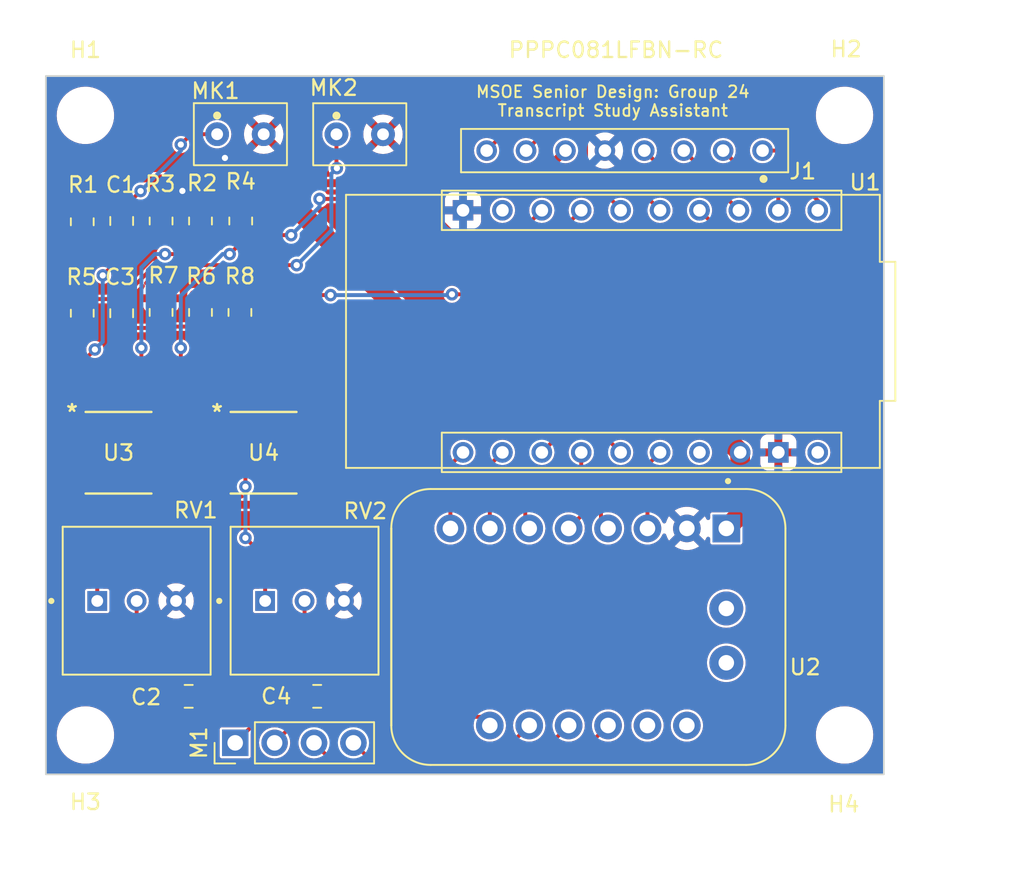
<source format=kicad_pcb>
(kicad_pcb (version 20211014) (generator pcbnew)
  (layers (0 "F.Cu" signal) (31 "B.Cu" signal) (34 "B.Paste" user) (35 "F.Paste" user) (36 "B.SilkS" user "B.Silkscreen") (37 "F.SilkS" user "F.Silkscreen") (38 "B.Mask" user) (39 "F.Mask" user) (44 "Edge.Cuts" user))
  (net 0 "")
  (net 1 "Net-(MK1-PadOUT)")
  (net 2 "ADC1_5")
  (net 3 "ADC1_4")
  (net 4 "Net-(J1-Pad1)")
  (net 5 "Net-(J1-Pad2)")
  (net 6 "Net-(J1-Pad3)")
  (net 7 "Net-(J1-Pad4)")
  (net 8 "GND")
  (net 9 "+5V")
  (net 10 "Net-(J1-Pad7)")
  (net 11 "Net-(J1-Pad8)")
  (net 14 "Net-(U1-Pad14)")
  (net 15 "Net-(U1-Pad15)")
  (net 16 "Net-(U1-Pad16)")
  (net 17 "Net-(U1-Pad17)")
  (net 18 "Net-(U1-Pad21)")
  (net 19 "Net-(U1-Pad24)")
  (net 20 "Net-(U3-Pad3)")
  (net 25 "Net-(RV1-Pad2)")
  (net 26 "Net-(MK2-PadOUT)")
  (net 27 "Net-(C3-Pad2)")
  (net 28 "Net-(RV2-Pad2)")
  (net 29 "Net-(U2-PadJ3_6)")
  (net 30 "Net-(U2-PadJ3_5)")
  (net 31 "Net-(U2-PadJ3_3)")
  (net 32 "Net-(U2-PadJ3_4)")
  (net 33 "Net-(U3-Pad2)")
  (net 34 "Net-(RV2-Pad1)")
  (footprint "SeniorDesign:LM386_M1_NOPB" (layer "F.Cu") (at 140.2588 99.06)
    (fp_text reference "U4" (at 0 0 unlocked) (layer "F.SilkS"))
    (fp_text value "LM386")
    (fp_text user "*" (at -2.9972 -2.5908 unlocked) (layer "F.SilkS"))
    (fp_text user "*" (at -2.9972 -2.5908) (layer "F.SilkS"))
    (pad "1" smd rect (at -2.72415 -1.905) (size 1.4605 0.5588) (layers "F.Cu" "F.Paste" "F.Mask"))
    (pad "2" smd rect (at -2.72415 -0.635) (size 1.4605 0.5588) (layers "F.Cu" "F.Paste" "F.Mask") (net 34 "Net-(RV2-Pad1)"))
    (pad "3" smd rect (at -2.72415 0.635) (size 1.4605 0.5588) (layers "F.Cu" "F.Paste" "F.Mask") (net 27 "Net-(C3-Pad2)"))
    (pad "4" smd rect (at -2.72415 1.905) (size 1.4605 0.5588) (layers "F.Cu" "F.Paste" "F.Mask") (net 8 "GND"))
    (pad "5" smd rect (at 2.72415 1.905) (size 1.4605 0.5588) (layers "F.Cu" "F.Paste" "F.Mask") (net 3 "ADC1_4"))
    (pad "6" smd rect (at 2.72415 0.635) (size 1.4605 0.5588) (layers "F.Cu" "F.Paste" "F.Mask") (net 9 "+5V"))
    (pad "7" smd rect (at 2.72415 -0.635) (size 1.4605 0.5588) (layers "F.Cu" "F.Paste" "F.Mask"))
    (pad "8" smd rect (at 2.72415 -1.905) (size 1.4605 0.5588) (layers "F.Cu" "F.Paste" "F.Mask"))
  )
  (footprint "Connector_PinHeader_2.54mm:PinHeader_1x04_P2.54mm_Vertical" (layer "F.Cu") (at 138.43 117.7544 90)
    (fp_text reference "M1" (at 0 -2.33 90) (layer "F.SilkS"))
    (fp_text value "Stepper_Motor_bipolar")
    (pad "1" thru_hole rect (at 0 0 90) (size 1.7 1.7) (drill 1) (layers *.Cu *.Mask) (net 29 "Net-(U2-PadJ3_6)"))
    (pad "2" thru_hole oval (at 0 2.54 90) (size 1.7 1.7) (drill 1) (layers *.Cu *.Mask) (net 30 "Net-(U2-PadJ3_5)"))
    (pad "3" thru_hole oval (at 0 5.08 90) (size 1.7 1.7) (drill 1) (layers *.Cu *.Mask) (net 31 "Net-(U2-PadJ3_3)"))
    (pad "4" thru_hole oval (at 0 7.62 90) (size 1.7 1.7) (drill 1) (layers *.Cu *.Mask) (net 32 "Net-(U2-PadJ3_4)"))
  )
  (footprint "SeniorDesign:TRIM_COM-09806" (layer "F.Cu") (at 142.9004 108.6104)
    (fp_text reference "RV2" (at 3.9116 -5.7912) (layer "F.SilkS"))
    (fp_text value "10k")
    (pad "1" thru_hole rect (at -2.54 0) (size 1.268 1.268) (drill 0.76) (layers *.Cu *.Mask) (net 34 "Net-(RV2-Pad1)"))
    (pad "2" thru_hole circle (at 0 0) (size 1.268 1.268) (drill 0.76) (layers *.Cu *.Mask) (net 28 "Net-(RV2-Pad2)"))
    (pad "3" thru_hole circle (at 2.54 0) (size 1.268 1.268) (drill 0.76) (layers *.Cu *.Mask) (net 8 "GND"))
  )
  (footprint "Capacitor_SMD:C_0805_2012Metric" (layer "F.Cu") (at 131.1148 84.1248 -90)
    (fp_text reference "C1" (at -2.3368 0.0508) (layer "F.SilkS"))
    (fp_text value "10nF")
    (pad "1" smd roundrect (at -0.95 0 270) (size 1 1.45) (layers "F.Cu" "F.Paste" "F.Mask") (net 1 "Net-(MK1-PadOUT)"))
    (pad "2" smd roundrect (at 0.95 0 270) (size 1 1.45) (layers "F.Cu" "F.Paste" "F.Mask") (net 20 "Net-(U3-Pad3)"))
  )
  (footprint "SeniorDesign:THT-CUI-CMC-9745-44P" (layer "F.Cu") (at 138.8364 78.8416)
    (fp_text reference "MK1" (at -1.6764 -3.0988 unlocked) (layer "F.SilkS"))
    (fp_text value "CMC-9745-44P")
    (pad "GND" thru_hole circle (at 1.43 -0.31) (size 1.524 1.524) (drill 0.762) (layers *.Cu *.Mask) (net 8 "GND"))
    (pad "OUT" thru_hole circle (at -1.57 -0.31) (size 1.524 1.524) (drill 0.762) (layers *.Cu *.Mask) (net 1 "Net-(MK1-PadOUT)"))
  )
  (footprint "SeniorDesign:TinyPICO-ESP32-DevBoard" (layer "F.Cu") (at 162.7712 91.2368 -90)
    (fp_text reference "U1" (at -9.6012 -16.248 unlocked) (layer "F.SilkS"))
    (fp_text value "TinyPico_ESP32_USBC")
    (pad "1" thru_hole circle (at -7.8 7.12 270) (size 1.3208 1.3208) (drill 0.8128) (layers *.Cu *.Mask))
    (pad "2" thru_hole rect (at -7.8 9.66 270) (size 1.3208 1.3208) (drill 0.8128) (layers *.Cu *.Mask) (net 8 "GND"))
    (pad "3" thru_hole rect (at 7.8 -10.66 270) (size 1.3208 1.3208) (drill 0.8128) (layers *.Cu *.Mask) (net 8 "GND"))
    (pad "5" thru_hole circle (at 7.8 -13.2 270) (size 1.3208 1.3208) (drill 0.8128) (layers *.Cu *.Mask))
    (pad "6" thru_hole circle (at 7.8 -5.58 270) (size 1.3208 1.3208) (drill 0.8128) (layers *.Cu *.Mask))
    (pad "7" thru_hole circle (at 7.8 -8.2 270) (size 1.3208 1.3208) (drill 0.8128) (layers *.Cu *.Mask) (net 9 "+5V"))
    (pad "12" thru_hole circle (at -7.8 2.04 270) (size 1.3208 1.3208) (drill 0.8128) (layers *.Cu *.Mask) (net 3 "ADC1_4"))
    (pad "13" thru_hole circle (at -7.8 4.58 270) (size 1.3208 1.3208) (drill 0.8128) (layers *.Cu *.Mask) (net 2 "ADC1_5"))
    (pad "14" thru_hole circle (at 7.8 9.66 270) (size 1.3208 1.3208) (drill 0.8128) (layers *.Cu *.Mask) (net 14 "Net-(U1-Pad14)"))
    (pad "15" thru_hole circle (at 7.8 7.12 270) (size 1.3208 1.3208) (drill 0.8128) (layers *.Cu *.Mask) (net 15 "Net-(U1-Pad15)"))
    (pad "16" thru_hole circle (at 7.8 4.58 270) (size 1.3208 1.3208) (drill 0.8128) (layers *.Cu *.Mask) (net 16 "Net-(U1-Pad16)"))
    (pad "17" thru_hole circle (at 7.8 -0.5 270) (size 1.3208 1.3208) (drill 0.8128) (layers *.Cu *.Mask) (net 17 "Net-(U1-Pad17)"))
    (pad "21" thru_hole circle (at 7.8 2.04 270) (size 1.3208 1.3208) (drill 0.8128) (layers *.Cu *.Mask) (net 18 "Net-(U1-Pad21)"))
    (pad "24" thru_hole circle (at 7.8 -3.04 270) (size 1.3208 1.3208) (drill 0.8128) (layers *.Cu *.Mask) (net 19 "Net-(U1-Pad24)"))
    (pad "34" thru_hole circle (at -7.8 -5.58 270) (size 1.3208 1.3208) (drill 0.8128) (layers *.Cu *.Mask) (net 4 "Net-(J1-Pad1)"))
    (pad "35" thru_hole circle (at -7.8 -8.12 270) (size 1.3208 1.3208) (drill 0.8128) (layers *.Cu *.Mask) (net 7 "Net-(J1-Pad4)"))
    (pad "36" thru_hole circle (at -7.8 -13.2 270) (size 1.3208 1.3208) (drill 0.8128) (layers *.Cu *.Mask) (net 5 "Net-(J1-Pad2)"))
    (pad "38" thru_hole circle (at -7.8 -10.66 270) (size 1.3208 1.3208) (drill 0.8128) (layers *.Cu *.Mask) (net 6 "Net-(J1-Pad3)"))
    (pad "39" thru_hole circle (at -7.8 -3.04 270) (size 1.3208 1.3208) (drill 0.8128) (layers *.Cu *.Mask) (net 11 "Net-(J1-Pad8)"))
    (pad "42" thru_hole circle (at -7.8 -0.5 270) (size 1.3208 1.3208) (drill 0.8128) (layers *.Cu *.Mask) (net 10 "Net-(J1-Pad7)"))
  )
  (footprint "SeniorDesign:DRV8833" (layer "F.Cu") (at 161.1884 110.2868 -90)
    (fp_text reference "U2" (at 2.5908 -13.97 180) (layer "F.SilkS"))
    (fp_text value "DRV8833")
    (pad "J1_1" thru_hole rect (at -6.35 -8.89 270) (size 1.778 1.778) (drill 1) (layers *.Cu *.Mask) (net 9 "+5V"))
    (pad "J1_2" thru_hole circle (at -6.35 -6.35 270) (size 1.778 1.778) (drill 1) (layers *.Cu *.Mask) (net 8 "GND"))
    (pad "J1_3" thru_hole circle (at -6.35 -3.81 270) (size 1.778 1.778) (drill 1) (layers *.Cu *.Mask) (net 19 "Net-(U1-Pad24)"))
    (pad "J1_4" thru_hole circle (at -6.35 -1.27 270) (size 1.778 1.778) (drill 1) (layers *.Cu *.Mask) (net 16 "Net-(U1-Pad16)"))
    (pad "J1_5" thru_hole circle (at -6.35 1.27 270) (size 1.778 1.778) (drill 1) (layers *.Cu *.Mask) (net 18 "Net-(U1-Pad21)"))
    (pad "J1_6" thru_hole circle (at -6.35 3.81 270) (size 1.778 1.778) (drill 1) (layers *.Cu *.Mask) (net 17 "Net-(U1-Pad17)"))
    (pad "J1_7" thru_hole circle (at -6.35 6.35 270) (size 1.778 1.778) (drill 1) (layers *.Cu *.Mask) (net 15 "Net-(U1-Pad15)"))
    (pad "J1_8" thru_hole circle (at -6.35 8.89 270) (size 1.778 1.778) (drill 1) (layers *.Cu *.Mask) (net 14 "Net-(U1-Pad14)"))
    (pad "J2_1" thru_hole circle (at -1.192 -8.89 270) (size 2.1844 2.1844) (drill 1) (layers *.Cu *.Mask))
    (pad "J2_2" thru_hole circle (at 2.308 -8.89 270) (size 2.1844 2.1844) (drill 1) (layers *.Cu *.Mask))
    (pad "J3_1" thru_hole circle (at 6.35 -6.35 270) (size 1.778 1.778) (drill 1) (layers *.Cu *.Mask))
    (pad "J3_2" thru_hole circle (at 6.35 -3.81 270) (size 1.778 1.778) (drill 1) (layers *.Cu *.Mask))
    (pad "J3_3" thru_hole circle (at 6.35 -1.27 270) (size 1.778 1.778) (drill 1) (layers *.Cu *.Mask) (net 31 "Net-(U2-PadJ3_3)"))
    (pad "J3_4" thru_hole circle (at 6.35 1.27 270) (size 1.778 1.778) (drill 1) (layers *.Cu *.Mask) (net 32 "Net-(U2-PadJ3_4)"))
    (pad "J3_5" thru_hole circle (at 6.35 3.81 270) (size 1.778 1.778) (drill 1) (layers *.Cu *.Mask) (net 30 "Net-(U2-PadJ3_5)"))
    (pad "J3_6" thru_hole circle (at 6.35 6.35 270) (size 1.778 1.778) (drill 1) (layers *.Cu *.Mask) (net 29 "Net-(U2-PadJ3_6)"))
  )
  (footprint "SeniorDesign:THT-DUM-4537L-HD-R" (layer "F.Cu") (at 146.4564 78.5368)
    (fp_text reference "MK2" (at -1.6764 -2.9972 unlocked) (layer "F.SilkS"))
    (fp_text value "DUM-4537L-HD-R")
    (pad "GND" thru_hole circle (at 1.5 0) (size 1.524 1.524) (drill 0.762) (layers *.Cu *.Mask) (net 8 "GND"))
    (pad "OUT" thru_hole circle (at -1.5 0) (size 1.524 1.524) (drill 0.762) (layers *.Cu *.Mask) (net 26 "Net-(MK2-PadOUT)"))
  )
  (footprint "Resistor_SMD:R_0805_2012Metric" (layer "F.Cu") (at 128.5748 84.1756 90)
    (fp_text reference "R1" (at 2.3876 0.0508) (layer "F.SilkS"))
    (fp_text value "2.2k")
    (pad "1" smd roundrect (at -0.9125 0 90) (size 1.025 1.4) (layers "F.Cu" "F.Paste" "F.Mask") (roundrect_rratio 0.243902439) (net 9 "+5V"))
    (pad "2" smd roundrect (at 0.9125 0 90) (size 1.025 1.4) (layers "F.Cu" "F.Paste" "F.Mask") (roundrect_rratio 0.243902439) (net 1 "Net-(MK1-PadOUT)"))
  )
  (footprint "Capacitor_SMD:C_0805_2012Metric" (layer "F.Cu") (at 135.4328 114.7572 180)
    (fp_text reference "C2" (at 2.7432 -0.0508) (layer "F.SilkS"))
    (fp_text value "4uF")
    (pad "1" smd roundrect (at -0.95 0 180) (size 1 1.45) (layers "F.Cu" "F.Paste" "F.Mask") (net 8 "GND"))
    (pad "2" smd roundrect (at 0.95 0 180) (size 1 1.45) (layers "F.Cu" "F.Paste" "F.Mask") (net 25 "Net-(RV1-Pad2)"))
  )
  (footprint "SeniorDesign:LM386_M1_NOPB" (layer "F.Cu") (at 130.9116 99.06)
    (fp_text reference "U3" (at 0 0 unlocked) (layer "F.SilkS"))
    (fp_text value "LM386")
    (fp_text user "*" (at -2.9972 -2.5908 unlocked) (layer "F.SilkS"))
    (fp_text user "*" (at -2.9972 -2.5908) (layer "F.SilkS"))
    (pad "1" smd rect (at -2.72415 -1.905) (size 1.4605 0.5588) (layers "F.Cu" "F.Paste" "F.Mask"))
    (pad "2" smd rect (at -2.72415 -0.635) (size 1.4605 0.5588) (layers "F.Cu" "F.Paste" "F.Mask") (net 33 "Net-(U3-Pad2)"))
    (pad "3" smd rect (at -2.72415 0.635) (size 1.4605 0.5588) (layers "F.Cu" "F.Paste" "F.Mask") (net 20 "Net-(U3-Pad3)"))
    (pad "4" smd rect (at -2.72415 1.905) (size 1.4605 0.5588) (layers "F.Cu" "F.Paste" "F.Mask") (net 8 "GND"))
    (pad "5" smd rect (at 2.72415 1.905) (size 1.4605 0.5588) (layers "F.Cu" "F.Paste" "F.Mask") (net 2 "ADC1_5"))
    (pad "6" smd rect (at 2.72415 0.635) (size 1.4605 0.5588) (layers "F.Cu" "F.Paste" "F.Mask") (net 9 "+5V"))
    (pad "7" smd rect (at 2.72415 -0.635) (size 1.4605 0.5588) (layers "F.Cu" "F.Paste" "F.Mask"))
    (pad "8" smd rect (at 2.72415 -1.905) (size 1.4605 0.5588) (layers "F.Cu" "F.Paste" "F.Mask"))
  )
  (footprint "Resistor_SMD:R_0805_2012Metric" (layer "F.Cu") (at 136.1948 90.0176 -90)
    (fp_text reference "R6" (at -2.3368 -0.0508) (layer "F.SilkS"))
    (fp_text value "1M")
    (pad "1" smd roundrect (at -0.9125 0 270) (size 1.025 1.4) (layers "F.Cu" "F.Paste" "F.Mask") (roundrect_rratio 0.243902) (net 9 "+5V"))
    (pad "2" smd roundrect (at 0.9125 0 270) (size 1.025 1.4) (layers "F.Cu" "F.Paste" "F.Mask") (roundrect_rratio 0.243902) (net 27 "Net-(C3-Pad2)"))
  )
  (footprint "SeniorDesign:TRIM_COM-09806" (layer "F.Cu") (at 132.08 108.6104)
    (fp_text reference "RV1" (at 3.81 -5.842) (layer "F.SilkS"))
    (fp_text value "10k")
    (pad "1" thru_hole rect (at -2.54 0) (size 1.268 1.268) (drill 0.76) (layers *.Cu *.Mask) (net 33 "Net-(U3-Pad2)"))
    (pad "2" thru_hole circle (at 0 0) (size 1.268 1.268) (drill 0.76) (layers *.Cu *.Mask) (net 25 "Net-(RV1-Pad2)"))
    (pad "3" thru_hole circle (at 2.54 0) (size 1.268 1.268) (drill 0.76) (layers *.Cu *.Mask) (net 8 "GND"))
  )
  (footprint "Resistor_SMD:R_0805_2012Metric" (layer "F.Cu") (at 133.6548 84.1248 90)
    (fp_text reference "R3" (at 2.3876 -0.0508) (layer "F.SilkS"))
    (fp_text value "1M")
    (pad "1" smd roundrect (at -0.9125 0 90) (size 1.025 1.4) (layers "F.Cu" "F.Paste" "F.Mask") (roundrect_rratio 0.243902) (net 20 "Net-(U3-Pad3)"))
    (pad "2" smd roundrect (at 0.9125 0 90) (size 1.025 1.4) (layers "F.Cu" "F.Paste" "F.Mask") (roundrect_rratio 0.243902) (net 8 "GND"))
  )
  (footprint "Resistor_SMD:R_0805_2012Metric" (layer "F.Cu") (at 138.7348 90.0176 -90)
    (fp_text reference "R8" (at -2.3368 0) (layer "F.SilkS"))
    (fp_text value "100k")
    (pad "1" smd roundrect (at -0.9125 0 270) (size 1.025 1.4) (layers "F.Cu" "F.Paste" "F.Mask") (roundrect_rratio 0.243902) (net 34 "Net-(RV2-Pad1)"))
    (pad "2" smd roundrect (at 0.9125 0 270) (size 1.025 1.4) (layers "F.Cu" "F.Paste" "F.Mask") (roundrect_rratio 0.243902) (net 3 "ADC1_4"))
  )
  (footprint "MountingHole:MountingHole_3.2mm_M3" (layer "F.Cu") (at 177.6984 77.3176)
    (fp_text reference "H2" (at 0.1016 -4.2672) (layer "F.SilkS"))
    (fp_text value "MountingHole")
    (pad "" np_thru_hole circle (at 0 0) (size 3.2 3.2) (drill 3.2) (layers *.Cu *.Mask))
  )
  (footprint "Capacitor_SMD:C_0805_2012Metric" (layer "F.Cu") (at 131.1148 90.0684 -90)
    (fp_text reference "C3" (at -2.3368 0.1016) (layer "F.SilkS"))
    (fp_text value "10nF")
    (pad "1" smd roundrect (at -0.95 0 270) (size 1 1.45) (layers "F.Cu" "F.Paste" "F.Mask") (net 26 "Net-(MK2-PadOUT)"))
    (pad "2" smd roundrect (at 0.95 0 270) (size 1 1.45) (layers "F.Cu" "F.Paste" "F.Mask") (net 27 "Net-(C3-Pad2)"))
  )
  (footprint "Capacitor_SMD:C_0805_2012Metric" (layer "F.Cu") (at 143.7132 114.7572 180)
    (fp_text reference "C4" (at 2.6416 0) (layer "F.SilkS"))
    (fp_text value "4uF")
    (pad "1" smd roundrect (at -0.95 0 180) (size 1 1.45) (layers "F.Cu" "F.Paste" "F.Mask") (net 8 "GND"))
    (pad "2" smd roundrect (at 0.95 0 180) (size 1 1.45) (layers "F.Cu" "F.Paste" "F.Mask") (net 28 "Net-(RV2-Pad2)"))
  )
  (footprint "SeniorDesign:PPPC081LFBN-RC" (layer "F.Cu") (at 163.5372 79.6651 180)
    (fp_text reference "J1" (at -11.4688 -1.2593 unlocked) (layer "F.SilkS"))
    (fp_text value "PPPC081LFBN-RC" (at 0.5708 6.5639 unlocked) (layer "F.SilkS"))
    (pad "1" thru_hole circle (at -8.878 0.076 180) (size 1.3208 1.3208) (drill 0.8128) (layers *.Cu *.Mask) (net 4 "Net-(J1-Pad1)"))
    (pad "2" thru_hole circle (at -6.338 0.076 180) (size 1.3208 1.3208) (drill 0.8128) (layers *.Cu *.Mask) (net 5 "Net-(J1-Pad2)"))
    (pad "3" thru_hole circle (at -3.798 0.076 180) (size 1.3208 1.3208) (drill 0.8128) (layers *.Cu *.Mask) (net 6 "Net-(J1-Pad3)"))
    (pad "4" thru_hole circle (at -1.258 0.076 180) (size 1.3208 1.3208) (drill 0.8128) (layers *.Cu *.Mask) (net 7 "Net-(J1-Pad4)"))
    (pad "5" thru_hole circle (at 1.282 0.076 180) (size 1.3208 1.3208) (drill 0.8128) (layers *.Cu *.Mask) (net 8 "GND"))
    (pad "6" thru_hole circle (at 3.822 0.076 180) (size 1.3208 1.3208) (drill 0.8128) (layers *.Cu *.Mask) (net 9 "+5V"))
    (pad "7" thru_hole circle (at 6.362 0.076 180) (size 1.3208 1.3208) (drill 0.8128) (layers *.Cu *.Mask) (net 10 "Net-(J1-Pad7)"))
    (pad "8" thru_hole circle (at 8.902 0.076 180) (size 1.3208 1.3208) (drill 0.8128) (layers *.Cu *.Mask) (net 11 "Net-(J1-Pad8)"))
  )
  (footprint "MountingHole:MountingHole_3.2mm_M3" (layer "F.Cu") (at 177.6984 117.2464)
    (fp_text reference "H4" (at -0.0508 4.4704) (layer "F.SilkS"))
    (fp_text value "MountingHole")
    (pad "" np_thru_hole circle (at 0 0) (size 3.2 3.2) (drill 3.2) (layers *.Cu *.Mask))
  )
  (footprint "MountingHole:MountingHole_3.2mm_M3" (layer "F.Cu") (at 128.778 117.2464)
    (fp_text reference "H3" (at 0 4.318) (layer "F.SilkS"))
    (fp_text value "MountingHole")
    (pad "" np_thru_hole circle (at 0 0) (size 3.2 3.2) (drill 3.2) (layers *.Cu *.Mask))
  )
  (footprint "Resistor_SMD:R_0805_2012Metric" (layer "F.Cu") (at 138.7856 84.1248 -90)
    (fp_text reference "R4" (at -2.54 0) (layer "F.SilkS"))
    (fp_text value "100k")
    (pad "1" smd roundrect (at -0.9125 0 270) (size 1.025 1.4) (layers "F.Cu" "F.Paste" "F.Mask") (roundrect_rratio 0.243902) (net 33 "Net-(U3-Pad2)"))
    (pad "2" smd roundrect (at 0.9125 0 270) (size 1.025 1.4) (layers "F.Cu" "F.Paste" "F.Mask") (roundrect_rratio 0.243902) (net 2 "ADC1_5"))
  )
  (footprint "Resistor_SMD:R_0805_2012Metric" (layer "F.Cu") (at 136.1948 84.1248 -90)
    (fp_text reference "R2" (at -2.4384 -0.1016) (layer "F.SilkS"))
    (fp_text value "1M")
    (pad "1" smd roundrect (at -0.9125 0 270) (size 1.025 1.4) (layers "F.Cu" "F.Paste" "F.Mask") (roundrect_rratio 0.243902) (net 9 "+5V"))
    (pad "2" smd roundrect (at 0.9125 0 270) (size 1.025 1.4) (layers "F.Cu" "F.Paste" "F.Mask") (roundrect_rratio 0.243902) (net 20 "Net-(U3-Pad3)"))
  )
  (footprint "Resistor_SMD:R_0805_2012Metric" (layer "F.Cu") (at 133.6548 90.0176 90)
    (fp_text reference "R7" (at 2.3876 0.1524) (layer "F.SilkS"))
    (fp_text value "1M")
    (pad "1" smd roundrect (at -0.9125 0 90) (size 1.025 1.4) (layers "F.Cu" "F.Paste" "F.Mask") (roundrect_rratio 0.243902) (net 27 "Net-(C3-Pad2)"))
    (pad "2" smd roundrect (at 0.9125 0 90) (size 1.025 1.4) (layers "F.Cu" "F.Paste" "F.Mask") (roundrect_rratio 0.243902) (net 8 "GND"))
  )
  (footprint "Resistor_SMD:R_0805_2012Metric" (layer "F.Cu") (at 128.5748 90.0684 90)
    (fp_text reference "R5" (at 2.3368 -0.0508) (layer "F.SilkS"))
    (fp_text value "2.2k")
    (pad "1" smd roundrect (at -0.9125 0 90) (size 1.025 1.4) (layers "F.Cu" "F.Paste" "F.Mask") (roundrect_rratio 0.243902) (net 9 "+5V"))
    (pad "2" smd roundrect (at 0.9125 0 90) (size 1.025 1.4) (layers "F.Cu" "F.Paste" "F.Mask") (roundrect_rratio 0.243902) (net 26 "Net-(MK2-PadOUT)"))
  )
  (footprint "MountingHole:MountingHole_3.2mm_M3" (layer "F.Cu") (at 128.778 77.3176)
    (fp_text reference "H1" (at 0 -4.2164) (layer "F.SilkS"))
    (fp_text value "MountingHole")
    (pad "" np_thru_hole circle (at 0 0) (size 3.2 3.2) (drill 3.2) (layers *.Cu *.Mask))
  )
  (gr_poly (pts (xy 143.7132 99.4156) (xy 142.2527 99.4156) (xy 142.2527 99.9744) (xy 143.7132 99.9744)) (layer "F.Cu") (width 0) (fill solid))
  (gr_circle (center 165.8112 99.0368) (end 166.4716 99.0368) (layer "B.Cu") (width 0) (fill solid))
  (gr_poly (pts (xy 139.28 116.9044) (xy 137.58 116.9044) (xy 137.58 118.6044) (xy 139.28 118.6044)) (layer "B.Cu") (width 0) (fill solid))
  (gr_circle (center 168.3512 83.4368) (end 169.0116 83.4368) (layer "B.Cu") (width 0) (fill solid))
  (gr_circle (center 140.2664 78.5316) (end 141.0284 78.5316) (layer "B.Cu") (width 0) (fill solid))
  (gr_poly (pts (xy 174.0916 98.3764) (xy 172.7708 98.3764) (xy 172.7708 99.6972) (xy 174.0916 99.6972)) (layer "B.Cu") (width 0) (fill solid))
  (gr_circle (center 144.9564 78.5368) (end 145.7184 78.5368) (layer "B.Cu") (width 0) (fill solid))
  (gr_circle (center 175.9712 83.4368) (end 176.6316 83.4368) (layer "B.Cu") (width 0) (fill solid))
  (gr_circle (center 175.9712 99.0368) (end 176.6316 99.0368) (layer "B.Cu") (width 0) (fill solid))
  (gr_circle (center 165.8112 83.4368) (end 166.4716 83.4368) (layer "B.Cu") (width 0) (fill solid))
  (gr_poly (pts (xy 143.59331 118.60031) (xy 143.67583 118.58807) (xy 143.75674 118.5678) (xy 143.83528 118.5397) (xy 143.91069 118.50403) (xy 143.98223 118.46115) (xy 144.04923 118.41146) (xy 144.11104 118.35544) (xy 144.16706 118.29363) (xy 144.21675 118.22663) (xy 144.25963 118.15509) (xy 144.2953 118.07968) (xy 144.3234 118.00114) (xy 144.34367 117.92023) (xy 144.35591 117.83771) (xy 144.36 117.7544) (xy 144.35591 117.67109) (xy 144.34367 117.58857) (xy 144.3234 117.50766) (xy 144.2953 117.42912) (xy 144.25963 117.35371) (xy 144.21675 117.28217) (xy 144.16706 117.21517) (xy 144.11104 117.15336) (xy 144.04923 117.09734) (xy 143.98223 117.04765) (xy 143.91069 117.00477) (xy 143.83528 116.9691) (xy 143.75674 116.941) (xy 143.67583 116.92073) (xy 143.59331 116.90849) (xy 143.51 116.9044) (xy 143.42669 116.90849) (xy 143.34417 116.92073) (xy 143.26326 116.941) (xy 143.18472 116.9691) (xy 143.10931 117.00477) (xy 143.03777 117.04765) (xy 142.97077 117.09734) (xy 142.90896 117.15336) (xy 142.85294 117.21517) (xy 142.80325 117.28217) (xy 142.76037 117.35371) (xy 142.7247 117.42912) (xy 142.6966 117.50766) (xy 142.67633 117.58857) (xy 142.66409 117.67109) (xy 142.66 117.7544) (xy 142.66409 117.83771) (xy 142.67633 117.92023) (xy 142.6966 118.00114) (xy 142.7247 118.07968) (xy 142.76037 118.15509) (xy 142.80325 118.22663) (xy 142.85294 118.29363) (xy 142.90896 118.35544) (xy 142.97077 118.41146) (xy 143.03777 118.46115) (xy 143.10931 118.50403) (xy 143.18472 118.5397) (xy 143.26326 118.5678) (xy 143.34417 118.58807) (xy 143.42669 118.60031) (xy 143.51 118.6044)) (layer "B.Cu") (width 0) (fill solid))
  (gr_circle (center 158.1912 99.0368) (end 158.8516 99.0368) (layer "B.Cu") (width 0) (fill solid))
  (gr_circle (center 155.6512 99.0368) (end 156.3116 99.0368) (layer "B.Cu") (width 0) (fill solid))
  (gr_poly (pts (xy 146.13331 118.60031) (xy 146.21583 118.58807) (xy 146.29674 118.5678) (xy 146.37528 118.5397) (xy 146.45069 118.50403) (xy 146.52223 118.46115) (xy 146.58923 118.41146) (xy 146.65104 118.35544) (xy 146.70706 118.29363) (xy 146.75675 118.22663) (xy 146.79963 118.15509) (xy 146.8353 118.07968) (xy 146.8634 118.00114) (xy 146.88367 117.92023) (xy 146.89591 117.83771) (xy 146.9 117.7544) (xy 146.89591 117.67109) (xy 146.88367 117.58857) (xy 146.8634 117.50766) (xy 146.8353 117.42912) (xy 146.79963 117.35371) (xy 146.75675 117.28217) (xy 146.70706 117.21517) (xy 146.65104 117.15336) (xy 146.58923 117.09734) (xy 146.52223 117.04765) (xy 146.45069 117.00477) (xy 146.37528 116.9691) (xy 146.29674 116.941) (xy 146.21583 116.92073) (xy 146.13331 116.90849) (xy 146.05 116.9044) (xy 145.96669 116.90849) (xy 145.88417 116.92073) (xy 145.80326 116.941) (xy 145.72472 116.9691) (xy 145.64931 117.00477) (xy 145.57777 117.04765) (xy 145.51077 117.09734) (xy 145.44896 117.15336) (xy 145.39294 117.21517) (xy 145.34325 117.28217) (xy 145.30037 117.35371) (xy 145.2647 117.42912) (xy 145.2366 117.50766) (xy 145.21633 117.58857) (xy 145.20409 117.67109) (xy 145.2 117.7544) (xy 145.20409 117.83771) (xy 145.21633 117.92023) (xy 145.2366 118.00114) (xy 145.2647 118.07968) (xy 145.30037 118.15509) (xy 145.34325 118.22663) (xy 145.39294 118.29363) (xy 145.44896 118.35544) (xy 145.51077 118.41146) (xy 145.57777 118.46115) (xy 145.64931 118.50403) (xy 145.72472 118.5397) (xy 145.80326 118.5678) (xy 145.88417 118.58807) (xy 145.96669 118.60031) (xy 146.05 118.6044)) (layer "B.Cu") (width 0) (fill solid))
  (gr_poly (pts (xy 130.174 107.9764) (xy 128.906 107.9764) (xy 128.906 109.2444) (xy 130.174 109.2444)) (layer "B.Cu") (width 0) (fill solid))
  (gr_poly (pts (xy 140.9944 107.9764) (xy 139.7264 107.9764) (xy 139.7264 109.2444) (xy 140.9944 109.2444)) (layer "B.Cu") (width 0) (fill solid))
  (gr_circle (center 170.9712 99.0368) (end 171.6316 99.0368) (layer "B.Cu") (width 0) (fill solid))
  (gr_circle (center 163.2712 99.0368) (end 163.9316 99.0368) (layer "B.Cu") (width 0) (fill solid))
  (gr_circle (center 170.8912 83.4368) (end 171.5516 83.4368) (layer "B.Cu") (width 0) (fill solid))
  (gr_poly (pts (xy 170.9674 103.0478) (xy 169.1894 103.0478) (xy 169.1894 104.8258) (xy 170.9674 104.8258)) (layer "B.Cu") (width 0) (fill solid))
  (gr_circle (center 153.1112 99.0368) (end 153.7716 99.0368) (layer "B.Cu") (width 0) (fill solid))
  (gr_circle (center 147.9564 78.5368) (end 148.7184 78.5368) (layer "B.Cu") (width 0) (fill solid))
  (gr_circle (center 137.2664 78.5316) (end 138.0284 78.5316) (layer "B.Cu") (width 0) (fill solid))
  (gr_circle (center 163.2712 83.4368) (end 163.9316 83.4368) (layer "B.Cu") (width 0) (fill solid))
  (gr_circle (center 168.3512 99.0368) (end 169.0116 99.0368) (layer "B.Cu") (width 0) (fill solid))
  (gr_circle (center 173.4312 83.4368) (end 174.0916 83.4368) (layer "B.Cu") (width 0) (fill solid))
  (gr_line (start 148.4884 103.9368) (end 148.4884 116.6368) (layer "F.SilkS") (width 0.127))
  (gr_rect (start 126.2312 74.7828) (end 180.2312 119.7828) (layer "Edge.Cuts") (width 0.1) (fill none))
  (gr_line (start 180.2312 119.7828) (end 126.2312 119.7828) (layer "Edge.Cuts") (width 0.1))
  (gr_line (start 126.2312 119.7828) (end 126.2312 74.7828) (layer "Edge.Cuts") (width 0.1))
  (gr_line (start 126.2312 74.7828) (end 180.2312 74.7828) (layer "Edge.Cuts") (width 0.1))
  (gr_line (start 180.2312 74.7828) (end 180.2312 119.7828) (layer "Edge.Cuts") (width 0.1))
  (gr_text "MSOE Senior Design: Group 24\nTranscript Study Assistant\n" (at 162.7632 76.4032) (layer "F.SilkS") (effects (font (size 0.75 0.75) (thickness 0.125))))
  (segment (start 131.3536 83.1748) (end 132.334 82.1944) (width 0.254) (layer "F.Cu") (net 1))
  (segment (start 131.0265 83.2631) (end 131.1148 83.1748) (width 0.254) (layer "F.Cu") (net 1))
  (segment (start 128.5748 83.2631) (end 128.5748 83.2631) (width 0.1) (layer "F.Cu") (net 1))
  (segment (start 128.5748 83.2631) (end 131.0265 83.2631) (width 0.254) (layer "F.Cu") (net 1))
  (segment (start 135.5904 78.5316) (end 137.2664 78.5316) (width 0.254) (layer "F.Cu") (net 1))
  (segment (start 131.1148 83.1748) (end 131.3536 83.1748) (width 0.254) (layer "F.Cu") (net 1))
  (segment (start 134.9248 79.1972) (end 135.5904 78.5316) (width 0.254) (layer "F.Cu") (net 1))
  (segment (start 131.1148 83.1748) (end 131.1148 83.1748) (width 0.1) (layer "F.Cu") (net 1))
  (via (at 132.334 82.1944) (size 0.8) (drill 0.39878) (layers "F.Cu" "B.Cu") (net 1))
  (via (at 134.9248 79.1972) (size 0.8) (drill 0.39878) (layers "F.Cu" "B.Cu") (net 1))
  (segment (start 134.9248 79.6036) (end 134.9248 79.1972) (width 0.254) (layer "B.Cu") (net 1))
  (segment (start 132.334 82.1944) (end 134.9248 79.6036) (width 0.254) (layer "B.Cu") (net 1))
  (segment (start 138.7856 85.0373) (end 138.7856 85.5472) (width 0.254) (layer "F.Cu") (net 2))
  (segment (start 134.9248 94.0816) (end 132.0292 96.9772) (width 0.254) (layer "F.Cu") (net 2))
  (segment (start 138.7856 85.5472) (end 138.0744 86.2584) (width 0.254) (layer "F.Cu") (net 2))
  (segment (start 132.0292 96.9772) (end 132.0292 100.584) (width 0.254) (layer "F.Cu") (net 2))
  (segment (start 132.0292 100.584) (end 132.4102 100.965) (width 0.254) (layer "F.Cu") (net 2))
  (segment (start 132.4102 100.965) (end 133.63575 100.965) (width 0.254) (layer "F.Cu") (net 2))
  (segment (start 142.0349 85.0373) (end 142.0368 85.0392) (width 0.254) (layer "F.Cu") (net 2))
  (segment (start 138.7856 85.0373) (end 142.0349 85.0373) (width 0.254) (layer "F.Cu") (net 2))
  (segment (start 156.5888 85.0392) (end 158.1912 83.4368) (width 0.254) (layer "F.Cu") (net 2))
  (segment (start 138.7856 85.0373) (end 138.7856 85.0373) (width 0.1) (layer "F.Cu") (net 2))
  (segment (start 134.9248 92.3036) (end 134.9248 94.0816) (width 0.254) (layer "F.Cu") (net 2))
  (segment (start 150.2664 82.7024) (end 152.6032 85.0392) (width 0.254) (layer "F.Cu") (net 2))
  (segment (start 143.8656 82.7024) (end 150.2664 82.7024) (width 0.254) (layer "F.Cu") (net 2))
  (segment (start 152.6032 85.0392) (end 156.5888 85.0392) (width 0.254) (layer "F.Cu") (net 2))
  (via (at 134.9248 92.3036) (size 0.8) (drill 0.39878) (layers "F.Cu" "B.Cu") (net 2))
  (via (at 143.8656 82.7024) (size 0.8) (drill 0.39878) (layers "F.Cu" "B.Cu") (net 2))
  (via (at 138.0744 86.2584) (size 0.8) (drill 0.39878) (layers "F.Cu" "B.Cu") (net 2))
  (via (at 142.0368 85.0392) (size 0.8) (drill 0.39878) (layers "F.Cu" "B.Cu") (net 2))
  (segment (start 136.7536 87.122) (end 134.9248 88.9508) (width 0.254) (layer "B.Cu") (net 2))
  (segment (start 143.8656 83.2104) (end 143.8656 82.7024) (width 0.254) (layer "B.Cu") (net 2))
  (segment (start 134.9248 89.7636) (end 134.9248 92.3036) (width 0.254) (layer "B.Cu") (net 2))
  (segment (start 134.9248 88.9508) (end 134.9248 89.7636) (width 0.254) (layer "B.Cu") (net 2))
  (segment (start 137.6172 86.2584) (end 136.7536 87.122) (width 0.254) (layer "B.Cu") (net 2))
  (segment (start 138.0744 86.2584) (end 137.6172 86.2584) (width 0.254) (layer "B.Cu") (net 2))
  (segment (start 142.0368 85.0392) (end 143.8656 83.2104) (width 0.254) (layer "B.Cu") (net 2))
  (segment (start 138.7348 90.9301) (end 141.478 93.6733) (width 0.254) (layer "F.Cu") (net 3))
  (segment (start 141.478 99.7585) (end 142.6845 100.965) (width 0.254) (layer "F.Cu") (net 3))
  (segment (start 138.7348 90.9301) (end 138.7348 90.9301) (width 0.1) (layer "F.Cu") (net 3))
  (segment (start 152.4 88.8492) (end 155.3188 88.8492) (width 0.254) (layer "F.Cu") (net 3))
  (segment (start 140.7649 88.9) (end 144.5768 88.9) (width 0.254) (layer "F.Cu") (net 3))
  (segment (start 141.478 93.6733) (end 141.478 99.7585) (width 0.254) (layer "F.Cu") (net 3))
  (segment (start 142.6845 100.965) (end 142.98295 100.965) (width 0.254) (layer "F.Cu") (net 3))
  (segment (start 138.7348 90.9301) (end 140.7649 88.9) (width 0.254) (layer "F.Cu") (net 3))
  (segment (start 155.3188 88.8492) (end 160.7312 83.4368) (width 0.254) (layer "F.Cu") (net 3))
  (via (at 144.5768 88.9) (size 0.8) (drill 0.39878) (layers "F.Cu" "B.Cu") (net 3))
  (via (at 152.4 88.8492) (size 0.8) (drill 0.39878) (layers "F.Cu" "B.Cu") (net 3))
  (segment (start 152.3492 88.9) (end 152.4 88.8492) (width 0.254) (layer "B.Cu") (net 3))
  (segment (start 144.5768 88.9) (end 152.3492 88.9) (width 0.254) (layer "B.Cu") (net 3))
  (segment (start 177.2412 82.3468) (end 177.2412 84.328) (width 0.254) (layer "F.Cu") (net 4))
  (segment (start 177.2412 84.328) (end 176.5808 84.9884) (width 0.254) (layer "F.Cu") (net 4))
  (segment (start 174.4835 79.5891) (end 177.2412 82.3468) (width 0.254) (layer "F.Cu") (net 4))
  (segment (start 176.5808 84.9884) (end 169.9028 84.9884) (width 0.254) (layer "F.Cu") (net 4))
  (segment (start 172.4152 79.5891) (end 174.4835 79.5891) (width 0.254) (layer "F.Cu") (net 4))
  (segment (start 169.9028 84.9884) (end 168.3512 83.4368) (width 0.254) (layer "F.Cu") (net 4))
  (segment (start 169.8752 79.5891) (end 170.815 80.5289) (width 0.254) (layer "F.Cu") (net 5))
  (segment (start 170.815 80.5289) (end 173.6961 80.5289) (width 0.254) (layer "F.Cu") (net 5))
  (segment (start 175.9712 82.804) (end 175.9712 83.4368) (width 0.254) (layer "F.Cu") (net 5))
  (segment (start 173.6961 80.5289) (end 175.9712 82.804) (width 0.254) (layer "F.Cu") (net 5))
  (segment (start 167.3352 79.5891) (end 168.8229 81.0768) (width 0.254) (layer "F.Cu") (net 6))
  (segment (start 173.4312 82.296) (end 173.4312 83.4368) (width 0.254) (layer "F.Cu") (net 6))
  (segment (start 168.8229 81.0768) (end 172.212 81.0768) (width 0.254) (layer "F.Cu") (net 6))
  (segment (start 172.212 81.0768) (end 173.4312 82.296) (width 0.254) (layer "F.Cu") (net 6))
  (segment (start 169.0392 81.5848) (end 170.8912 83.4368) (width 0.254) (layer "F.Cu") (net 7))
  (segment (start 166.7909 81.5848) (end 169.0392 81.5848) (width 0.254) (layer "F.Cu") (net 7))
  (segment (start 164.7952 79.5891) (end 166.7909 81.5848) (width 0.254) (layer "F.Cu") (net 7))
  (segment (start 144.6632 114.7572) (end 144.6632 114.7572) (width 0.1) (layer "F.Cu") (net 8))
  (segment (start 133.6548 89.1051) (end 133.6548 89.1051) (width 0.1) (layer "F.Cu") (net 8))
  (segment (start 133.6548 83.2123) (end 133.6548 83.2123) (width 0.1) (layer "F.Cu") (net 8))
  (segment (start 140.2664 78.5316) (end 138.7372 80.0608) (width 0.254) (layer "F.Cu") (net 8))
  (segment (start 138.7372 80.0608) (end 137.7696 80.0608) (width 0.254) (layer "F.Cu") (net 8))
  (segment (start 136.3828 114.7572) (end 136.3828 114.7572) (width 0.1) (layer "F.Cu") (net 8))
  (via (at 137.7696 80.0608) (size 0.8) (drill 0.39878) (layers "F.Cu" "B.Cu") (net 8))
  (via (at 135.0264 82.1875) (size 0.8) (drill 0.4) (layers "F.Cu" "B.Cu") (net 8))
  (segment (start 137.1531 80.0608) (end 137.7696 80.0608) (width 0.254) (layer "B.Cu") (net 8))
  (segment (start 135.0264 82.1875) (end 137.1531 80.0608) (width 0.254) (layer "B.Cu") (net 8))
  (segment (start 127 83.5133) (end 127 81.6356) (width 0.508) (layer "F.Cu") (net 9))
  (segment (start 127 83.5133) (end 127 89.4061) (width 0.508) (layer "F.Cu") (net 9))
  (segment (start 154.7876 95.7072) (end 145.0848 86.0044) (width 1.27) (layer "F.Cu") (net 9))
  (segment (start 138.0255 81.3816) (end 136.1948 83.2123) (width 1.27) (layer "F.Cu") (net 9))
  (segment (start 150.5538 96.639) (end 155.075 96.639) (width 0.508) (layer "F.Cu") (net 9))
  (segment (start 143.4338 99.695) (end 146.4898 96.639) (width 0.508) (layer "F.Cu") (net 9))
  (segment (start 167.6416 95.7072) (end 170.9712 99.0368) (width 1.27) (layer "F.Cu") (net 9))
  (segment (start 136.1948 89.1051) (end 137.5175 87.7824) (width 0.508) (layer "F.Cu") (net 9))
  (segment (start 145.0848 86.0044) (end 140.462 81.3816) (width 1.27) (layer "F.Cu") (net 9))
  (segment (start 137.5175 87.7824) (end 143.3068 87.7824) (width 0.508) (layer "F.Cu") (net 9))
  (segment (start 136.1948 83.2123) (end 136.1948 83.2123) (width 0.1) (layer "F.Cu") (net 9))
  (segment (start 136.8044 102.4128) (end 144.78 102.4128) (width 0.508) (layer "F.Cu") (net 9))
  (segment (start 127 81.6356) (end 127.254 81.3816) (width 0.508) (layer "F.Cu") (net 9))
  (segment (start 170.0784 103.9368) (end 170.9712 103.044) (width 1.27) (layer "F.Cu") (net 9))
  (segment (start 143.3068 87.7824) (end 145.0848 86.0044) (width 0.508) (layer "F.Cu") (net 9))
  (segment (start 144.78 102.4128) (end 150.5538 96.639) (width 0.508) (layer "F.Cu") (net 9))
  (segment (start 134.0866 99.695) (end 136.8044 102.4128) (width 0.508) (layer "F.Cu") (net 9))
  (segment (start 146.4898 96.639) (end 150.5538 96.639) (width 0.508) (layer "F.Cu") (net 9))
  (segment (start 136.1948 89.1051) (end 136.1948 89.1051) (width 0.1) (layer "F.Cu") (net 9))
  (segment (start 156.0068 95.7072) (end 167.6416 95.7072) (width 1.27) (layer "F.Cu") (net 9))
  (segment (start 157.6179 81.6864) (end 140.7668 81.6864) (width 0.508) (layer "F.Cu") (net 9))
  (segment (start 170.9712 103.044) (end 170.9712 99.0368) (width 1.27) (layer "F.Cu") (net 9))
  (segment (start 159.7152 79.5891) (end 157.6179 81.6864) (width 0.508) (layer "F.Cu") (net 9))
  (segment (start 128.5748 85.0881) (end 128.5748 85.0881) (width 0.1) (layer "F.Cu") (net 9))
  (segment (start 142.98295 99.695) (end 143.4338 99.695) (width 0.508) (layer "F.Cu") (net 9))
  (segment (start 128.5748 85.0881) (end 127 83.5133) (width 0.508) (layer "F.Cu") (net 9))
  (segment (start 155.075 96.639) (end 156.0068 95.7072) (width 0.508) (layer "F.Cu") (net 9))
  (segment (start 140.462 81.3816) (end 138.0255 81.3816) (width 1.27) (layer "F.Cu") (net 9))
  (segment (start 156.0068 95.7072) (end 154.7876 95.7072) (width 1.27) (layer "F.Cu") (net 9))
  (segment (start 128.5748 90.9809) (end 128.5748 90.9809) (width 0.1) (layer "F.Cu") (net 9))
  (segment (start 127.254 81.3816) (end 138.0255 81.3816) (width 0.508) (layer "F.Cu") (net 9))
  (segment (start 133.63575 99.695) (end 134.0866 99.695) (width 0.508) (layer "F.Cu") (net 9))
  (segment (start 127 89.4061) (end 128.5748 90.9809) (width 0.508) (layer "F.Cu") (net 9))
  (segment (start 161.036 79.1464) (end 161.036 81.1276) (width 0.254) (layer "F.Cu") (net 10))
  (segment (start 158.3291 78.4352) (end 160.3248 78.4352) (width 0.254) (layer "F.Cu") (net 10))
  (segment (start 163.2712 83.3628) (end 163.2712 83.4368) (width 0.254) (layer "F.Cu") (net 10))
  (segment (start 160.3248 78.4352) (end 161.036 79.1464) (width 0.254) (layer "F.Cu") (net 10))
  (segment (start 157.1752 79.5891) (end 158.3291 78.4352) (width 0.254) (layer "F.Cu") (net 10))
  (segment (start 161.036 81.1276) (end 163.2712 83.3628) (width 0.254) (layer "F.Cu") (net 10))
  (segment (start 163.2204 77.9272) (end 163.7284 78.4352) (width 0.254) (layer "F.Cu") (net 11))
  (segment (start 154.6352 79.5891) (end 156.2971 77.9272) (width 0.254) (layer "F.Cu") (net 11))
  (segment (start 163.7284 78.4352) (end 163.7284 81.354) (width 0.254) (layer "F.Cu") (net 11))
  (segment (start 163.7284 81.354) (end 165.8112 83.4368) (width 0.254) (layer "F.Cu") (net 11))
  (segment (start 156.2971 77.9272) (end 163.2204 77.9272) (width 0.254) (layer "F.Cu") (net 11))
  (segment (start 152.2984 103.9368) (end 152.2984 99.8496) (width 0.254) (layer "F.Cu") (net 14))
  (segment (start 152.2984 99.8496) (end 153.1112 99.0368) (width 0.254) (layer "F.Cu") (net 14))
  (segment (start 154.8384 103.9368) (end 154.8384 99.8496) (width 0.254) (layer "F.Cu") (net 15))
  (segment (start 154.8384 99.8496) (end 155.6512 99.0368) (width 0.254) (layer "F.Cu") (net 15))
  (segment (start 159.3872 97.8408) (end 161.2392 97.8408) (width 0.254) (layer "F.Cu") (net 16))
  (segment (start 158.1912 99.0368) (end 159.3872 97.8408) (width 0.254) (layer "F.Cu") (net 16))
  (segment (start 162.0012 98.6028) (end 162.0012 103.4796) (width 0.254) (layer "F.Cu") (net 16))
  (segment (start 161.2392 97.8408) (end 162.0012 98.6028) (width 0.254) (layer "F.Cu") (net 16))
  (segment (start 162.0012 103.4796) (end 162.4584 103.9368) (width 0.254) (layer "F.Cu") (net 16))
  (segment (start 157.3784 103.9368) (end 157.1244 103.6828) (width 0.254) (layer "F.Cu") (net 17))
  (segment (start 162.6108 97.3328) (end 162.6108 98.3764) (width 0.254) (layer "F.Cu") (net 17))
  (segment (start 157.1244 98.1456) (end 157.9372 97.3328) (width 0.254) (layer "F.Cu") (net 17))
  (segment (start 157.1244 103.6828) (end 157.1244 98.1456) (width 0.254) (layer "F.Cu") (net 17))
  (segment (start 157.9372 97.3328) (end 162.6108 97.3328) (width 0.254) (layer "F.Cu") (net 17))
  (segment (start 162.6108 98.3764) (end 163.2712 99.0368) (width 0.254) (layer "F.Cu") (net 17))
  (segment (start 160.7312 99.0368) (end 160.7312 103.124) (width 0.254) (layer "F.Cu") (net 18))
  (segment (start 160.7312 103.124) (end 159.9184 103.9368) (width 0.254) (layer "F.Cu") (net 18))
  (segment (start 164.9984 103.9368) (end 164.9984 99.8496) (width 0.254) (layer "F.Cu") (net 19))
  (segment (start 164.9984 99.8496) (end 165.8112 99.0368) (width 0.254) (layer "F.Cu") (net 19))
  (segment (start 126.746 99.1616) (end 127.2794 99.695) (width 0.254) (layer "F.Cu") (net 20))
  (segment (start 131.1148 85.0748) (end 133.6173 85.0748) (width 0.254) (layer "F.Cu") (net 20))
  (segment (start 129.3876 92.4052) (end 126.746 95.0468) (width 0.254) (layer "F.Cu") (net 20))
  (segment (start 133.6173 85.0748) (end 133.6548 85.0373) (width 0.254) (layer "F.Cu") (net 20))
  (segment (start 131.1148 86.4108) (end 129.8956 87.63) (width 0.254) (layer "F.Cu") (net 20))
  (segment (start 127.2794 99.695) (end 128.18745 99.695) (width 0.254) (layer "F.Cu") (net 20))
  (segment (start 131.1148 85.0748) (end 131.1148 85.0748) (width 0.1) (layer "F.Cu") (net 20))
  (segment (start 136.1948 85.0373) (end 133.6548 85.0373) (width 0.254) (layer "F.Cu") (net 20))
  (segment (start 126.746 95.0468) (end 126.746 99.1616) (width 0.254) (layer "F.Cu") (net 20))
  (segment (start 133.6548 85.0373) (end 133.6548 85.0373) (width 0.1) (layer "F.Cu") (net 20))
  (segment (start 136.1948 85.0373) (end 136.1948 85.0373) (width 0.1) (layer "F.Cu") (net 20))
  (segment (start 131.1148 85.0748) (end 131.1148 86.4108) (width 0.254) (layer "F.Cu") (net 20))
  (via (at 129.8956 87.63) (size 0.8) (drill 0.39878) (layers "F.Cu" "B.Cu") (net 20))
  (via (at 129.3876 92.4052) (size 0.8) (drill 0.39878) (layers "F.Cu" "B.Cu") (net 20))
  (segment (start 129.3876 92.4052) (end 129.8956 91.8972) (width 0.254) (layer "B.Cu") (net 20))
  (segment (start 129.8956 91.8972) (end 129.8956 87.63) (width 0.254) (layer "B.Cu") (net 20))
  (segment (start 132.08 112.3544) (end 134.4828 114.7572) (width 0.254) (layer "F.Cu") (net 25))
  (segment (start 134.4828 114.7572) (end 134.4828 114.7572) (width 0.1) (layer "F.Cu") (net 25))
  (segment (start 132.08 108.6104) (end 132.08 112.3544) (width 0.254) (layer "F.Cu") (net 25))
  (segment (start 144.9564 80.6944) (end 144.9564 78.5368) (width 0.254) (layer "F.Cu") (net 26))
  (segment (start 131.1148 89.1184) (end 133.2636 86.9696) (width 0.254) (layer "F.Cu") (net 26))
  (segment (start 133.2636 86.9696) (end 142.3924 86.9696) (width 0.254) (layer "F.Cu") (net 26))
  (segment (start 131.0773 89.1559) (end 131.1148 89.1184) (width 0.254) (layer "F.Cu") (net 26))
  (segment (start 144.9832 80.7212) (end 144.9564 80.6944) (width 0.254) (layer "F.Cu") (net 26))
  (segment (start 128.5748 89.1559) (end 128.5748 89.1559) (width 0.1) (layer "F.Cu") (net 26))
  (segment (start 128.5748 89.1559) (end 131.0773 89.1559) (width 0.254) (layer "F.Cu") (net 26))
  (segment (start 131.1148 89.1184) (end 131.1148 89.1184) (width 0.1) (layer "F.Cu") (net 26))
  (via (at 142.3924 86.9696) (size 0.8) (drill 0.39878) (layers "F.Cu" "B.Cu") (net 26))
  (via (at 144.9832 80.7212) (size 0.8) (drill 0.39878) (layers "F.Cu" "B.Cu") (net 26))
  (segment (start 144.9832 80.7212) (end 144.6276 81.0768) (width 0.254) (layer "B.Cu") (net 26))
  (segment (start 144.6276 81.0768) (end 144.6276 84.7344) (width 0.254) (layer "B.Cu") (net 26))
  (segment (start 144.6276 84.7344) (end 142.3924 86.9696) (width 0.254) (layer "B.Cu") (net 26))
  (segment (start 136.1948 90.9301) (end 136.1948 99.0092) (width 0.254) (layer "F.Cu") (net 27))
  (segment (start 131.1148 91.0184) (end 133.5665 91.0184) (width 0.254) (layer "F.Cu") (net 27))
  (segment (start 136.8806 99.695) (end 137.53465 99.695) (width 0.254) (layer "F.Cu") (net 27))
  (segment (start 133.5665 91.0184) (end 133.6548 90.9301) (width 0.254) (layer "F.Cu") (net 27))
  (segment (start 131.1148 91.0184) (end 131.1148 91.0184) (width 0.1) (layer "F.Cu") (net 27))
  (segment (start 133.6548 90.9301) (end 136.1948 90.9301) (width 0.254) (layer "F.Cu") (net 27))
  (segment (start 136.1948 99.0092) (end 136.8806 99.695) (width 0.254) (layer "F.Cu") (net 27))
  (segment (start 136.1948 90.9301) (end 136.1948 90.9301) (width 0.1) (layer "F.Cu") (net 27))
  (segment (start 133.6548 90.9301) (end 133.6548 90.9301) (width 0.1) (layer "F.Cu") (net 27))
  (segment (start 142.9004 108.6104) (end 142.9004 114.62) (width 0.254) (layer "F.Cu") (net 28))
  (segment (start 142.7632 114.7572) (end 142.7632 114.7572) (width 0.1) (layer "F.Cu") (net 28))
  (segment (start 142.9004 114.62) (end 142.7632 114.7572) (width 0.254) (layer "F.Cu") (net 28))
  (segment (start 154.2796 116.078) (end 154.8384 116.6368) (width 0.254) (layer "F.Cu") (net 29))
  (segment (start 140.1064 116.078) (end 154.2796 116.078) (width 0.254) (layer "F.Cu") (net 29))
  (segment (start 138.43 117.7544) (end 140.1064 116.078) (width 0.254) (layer "F.Cu") (net 29))
  (segment (start 150.114 118.4656) (end 155.5496 118.4656) (width 0.254) (layer "F.Cu") (net 30))
  (segment (start 140.97 117.7544) (end 142.1384 116.586) (width 0.254) (layer "F.Cu") (net 30))
  (segment (start 155.5496 118.4656) (end 157.3784 116.6368) (width 0.254) (layer "F.Cu") (net 30))
  (segment (start 148.2344 116.586) (end 150.114 118.4656) (width 0.254) (layer "F.Cu") (net 30))
  (segment (start 142.1384 116.586) (end 148.2344 116.586) (width 0.254) (layer "F.Cu") (net 30))
  (segment (start 143.51 117.7544) (end 145.1501 119.3945) (width 0.254) (layer "F.Cu") (net 31))
  (segment (start 145.1501 119.3945) (end 159.7007 119.3945) (width 0.254) (layer "F.Cu") (net 31))
  (segment (start 159.7007 119.3945) (end 162.4584 116.6368) (width 0.254) (layer "F.Cu") (net 31))
  (segment (start 146.05 117.7544) (end 147.2184 118.9228) (width 0.254) (layer "F.Cu") (net 32))
  (segment (start 157.6324 118.9228) (end 159.9184 116.6368) (width 0.254) (layer "F.Cu") (net 32))
  (segment (start 147.2184 118.9228) (end 157.6324 118.9228) (width 0.254) (layer "F.Cu") (net 32))
  (segment (start 128.6383 98.425) (end 128.18745 98.425) (width 0.254) (layer "F.Cu") (net 33))
  (segment (start 128.18745 98.425) (end 128.4859 98.425) (width 0.254) (layer "F.Cu") (net 33))
  (segment (start 136.906 86.2584) (end 133.9088 86.2584) (width 0.254) (layer "F.Cu") (net 33))
  (segment (start 129.54 99.4791) (end 129.54 108.6104) (width 0.254) (layer "F.Cu") (net 33))
  (segment (start 132.3848 94.6785) (end 128.6383 98.425) (width 0.254) (layer "F.Cu") (net 33))
  (segment (start 137.4648 85.6996) (end 136.906 86.2584) (width 0.254) (layer "F.Cu") (net 33))
  (segment (start 128.4859 98.425) (end 129.54 99.4791) (width 0.254) (layer "F.Cu") (net 33))
  (segment (start 132.3848 92.3036) (end 132.3848 94.6785) (width 0.254) (layer "F.Cu") (net 33))
  (segment (start 138.7856 83.2123) (end 138.7856 83.2123) (width 0.1) (layer "F.Cu") (net 33))
  (segment (start 137.4648 84.5331) (end 137.4648 85.6996) (width 0.254) (layer "F.Cu") (net 33))
  (segment (start 138.7856 83.2123) (end 137.4648 84.5331) (width 0.254) (layer "F.Cu") (net 33))
  (via (at 133.9088 86.2584) (size 0.8) (drill 0.39878) (layers "F.Cu" "B.Cu") (net 33))
  (via (at 132.3848 92.3036) (size 0.8) (drill 0.39878) (layers "F.Cu" "B.Cu") (net 33))
  (segment (start 133.2484 86.2584) (end 132.3848 87.122) (width 0.254) (layer "B.Cu") (net 33))
  (segment (start 133.9088 86.2584) (end 133.2484 86.2584) (width 0.254) (layer "B.Cu") (net 33))
  (segment (start 132.3848 87.122) (end 132.3848 92.3036) (width 0.254) (layer "B.Cu") (net 33))
  (segment (start 137.9855 98.425) (end 137.9982 98.425) (width 0.254) (layer "F.Cu") (net 34))
  (segment (start 137.9982 98.425) (end 139.0904 99.5172) (width 0.254) (layer "F.Cu") (net 34))
  (segment (start 140.3604 105.8164) (end 140.3604 108.6104) (width 0.254) (layer "F.Cu") (net 34))
  (segment (start 138.8872 97.5233) (end 137.9855 98.425) (width 0.254) (layer "F.Cu") (net 34))
  (segment (start 137.5156 90.3243) (end 137.5156 95.504) (width 0.254) (layer "F.Cu") (net 34))
  (segment (start 138.7348 89.1051) (end 137.5156 90.3243) (width 0.254) (layer "F.Cu") (net 34))
  (segment (start 139.0904 104.5464) (end 140.3604 105.8164) (width 0.254) (layer "F.Cu") (net 34))
  (segment (start 138.7348 89.1051) (end 138.7348 89.1051) (width 0.1) (layer "F.Cu") (net 34))
  (segment (start 137.5156 95.504) (end 138.8872 96.8756) (width 0.254) (layer "F.Cu") (net 34))
  (segment (start 138.8872 96.8756) (end 138.8872 97.5233) (width 0.254) (layer "F.Cu") (net 34))
  (segment (start 139.0904 99.5172) (end 139.0904 101.2444) (width 0.254) (layer "F.Cu") (net 34))
  (segment (start 137.9855 98.425) (end 137.53465 98.425) (width 0.254) (layer "F.Cu") (net 34))
  (via (at 139.0904 101.2444) (size 0.8) (drill 0.39878) (layers "F.Cu" "B.Cu") (net 34))
  (via (at 139.0904 104.5464) (size 0.8) (drill 0.39878) (layers "F.Cu" "B.Cu") (net 34))
  (segment (start 139.0904 101.2444) (end 139.0904 104.5464) (width 0.254) (layer "B.Cu") (net 34))
  (zone (net 8) (net_name "GND") (layers F&B.Cu) (connect_pads (clearance 0)) (min_thickness 0.254) (fill yes (thermal_gap 0.508) (thermal_bridge_width 0.508))
    (polygon (pts (xy 181.4068 120.904) (xy 125.476 120.8024) (xy 125.73 74.5236) (xy 126.0348 74.5236) (xy 181.0512 74.676)))
  )
)
</source>
